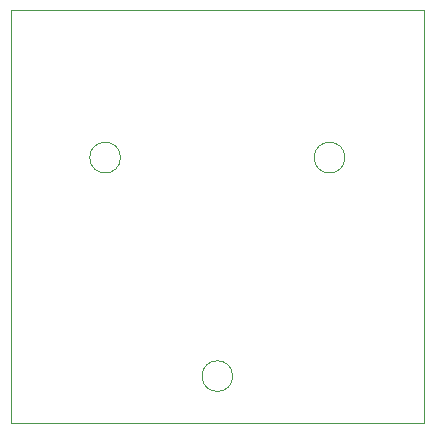
<source format=gbr>
%TF.GenerationSoftware,KiCad,Pcbnew,8.0.5*%
%TF.CreationDate,2024-10-09T23:06:35-04:00*%
%TF.ProjectId,4-Channel Array V3,342d4368-616e-46e6-956c-204172726179,rev?*%
%TF.SameCoordinates,Original*%
%TF.FileFunction,Profile,NP*%
%FSLAX46Y46*%
G04 Gerber Fmt 4.6, Leading zero omitted, Abs format (unit mm)*
G04 Created by KiCad (PCBNEW 8.0.5) date 2024-10-09 23:06:35*
%MOMM*%
%LPD*%
G01*
G04 APERTURE LIST*
%TA.AperFunction,Profile*%
%ADD10C,0.050000*%
%TD*%
G04 APERTURE END LIST*
D10*
X166300000Y-78500000D02*
G75*
G02*
X163700000Y-78500000I-1300000J0D01*
G01*
X163700000Y-78500000D02*
G75*
G02*
X166300000Y-78500000I1300000J0D01*
G01*
X182500000Y-82500000D02*
X147500000Y-82500000D01*
X175800000Y-60000000D02*
G75*
G02*
X173200000Y-60000000I-1300000J0D01*
G01*
X173200000Y-60000000D02*
G75*
G02*
X175800000Y-60000000I1300000J0D01*
G01*
X150000000Y-47500000D02*
X182500000Y-47500000D01*
X182500000Y-47500000D02*
X182500000Y-82500000D01*
X147500000Y-82500000D02*
X147500000Y-47500000D01*
X148000000Y-47500000D02*
X150000000Y-47500000D01*
X156800000Y-60000000D02*
G75*
G02*
X154200000Y-60000000I-1300000J0D01*
G01*
X154200000Y-60000000D02*
G75*
G02*
X156800000Y-60000000I1300000J0D01*
G01*
X147500000Y-47500000D02*
X148000000Y-47500000D01*
M02*

</source>
